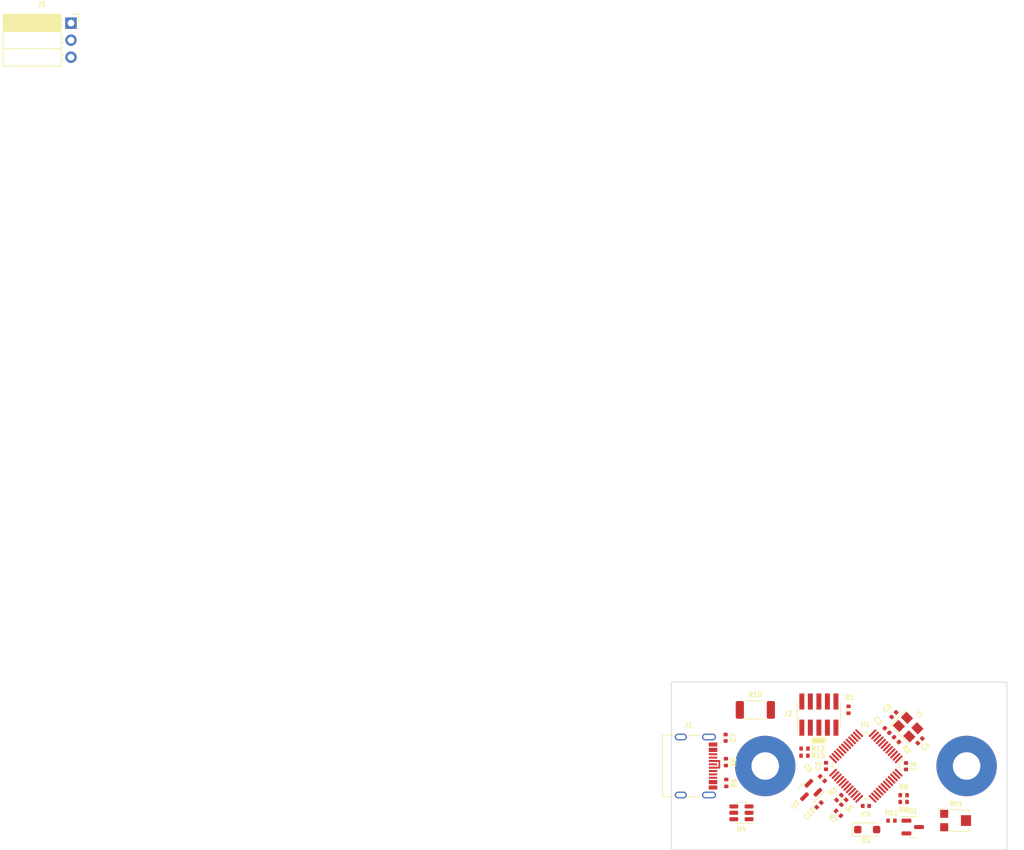
<source format=kicad_pcb>
(kicad_pcb (version 20221018) (generator pcbnew)
  (layers (0 "F.Cu" signal) (31 "B.Cu" signal) (34 "B.Paste" user) (35 "F.Paste" user) (36 "B.SilkS" user "B.Silkscreen") (37 "F.SilkS" user "F.Silkscreen") (38 "B.Mask" user) (39 "F.Mask" user) (44 "Edge.Cuts" user))
  (net 0 "")
  (net 1 "GND")
  (net 2 "Net-(U1-PD0)")
  (net 3 "Net-(U1-PD1)")
  (net 4 "+3V3")
  (net 5 "+5V")
  (net 6 "Net-(D1-K)")
  (net 7 "Net-(D1-A)")
  (net 8 "Net-(J1-CC1)")
  (net 9 "/USB_DP")
  (net 10 "/USB_DM")
  (net 12 "Net-(J1-CC2)")
  (net 15 "/SWDIO")
  (net 16 "/SWDCLK")
  (net 17 "/SWO")
  (net 18 "/RST")
  (net 19 "Net-(Q1-G)")
  (net 20 "Net-(Q1-D)")
  (net 21 "/USB_DM_ST")
  (net 22 "Net-(U1-PA11)")
  (net 23 "/USB_DP_ST")
  (net 24 "Net-(U1-PA12)")
  (net 25 "/SOUNDER")
  (net 58 "/SENSE2")
  (net 59 "/SENSE1")
  (footprint "Resistor_SMD:R_0402_1005Metric" (layer "F.Cu") (at 133.550899 108.575721 135)
    (fp_text reference "R2" (at -2.114549 0 135) (layer "F.SilkS") (effects (font (size 0.7 0.7) (thickness 0.15) bold)))
    (fp_text value "1M")
    (fp_line (start -0.153641 -0.38) (end 0.153641 -0.38) (stroke (width 0.12)) (layer "F.SilkS"))
    (fp_line (start -0.153641 0.38) (end 0.153641 0.38) (stroke (width 0.12)) (layer "F.SilkS"))
    (pad "1" smd roundrect (at -0.51 0 135) (size 0.54 0.64) (layers "F.Cu" "F.Paste" "F.Mask") (net 2 "Net-(U1-PD0)"))
    (pad "2" smd roundrect (at 0.51 0 135) (size 0.54 0.64) (layers "F.Cu" "F.Paste" "F.Mask") (net 3 "Net-(U1-PD1)"))
  )
  (footprint "Capacitor_SMD:C_0402_1005Metric" (layer "F.Cu") (at 132.152937 107.206768 135)
    (fp_text reference "C3" (at 2.011401 0.040113 135) (layer "F.SilkS") (effects (font (size 0.7 0.7) (thickness 0.15) bold)))
    (fp_text value "100n")
    (fp_line (start -0.107836 -0.36) (end 0.107836 -0.36) (stroke (width 0.12)) (layer "F.SilkS"))
    (fp_line (start -0.107836 0.36) (end 0.107836 0.36) (stroke (width 0.12)) (layer "F.SilkS"))
    (pad "1" smd roundrect (at -0.48 0 135) (size 0.56 0.62) (layers "F.Cu" "F.Paste" "F.Mask") (net 1 "GND"))
    (pad "2" smd roundrect (at 0.48 0 135) (size 0.56 0.62) (layers "F.Cu" "F.Paste" "F.Mask") (net 4 "+3V3"))
  )
  (footprint "Resistor_SMD:R_0402_1005Metric" (layer "F.Cu") (at 134.624173 117.854065 180)
    (fp_text reference "R8" (at 0 -1.17) (layer "F.SilkS") (effects (font (size 0.7 0.7) (thickness 0.15) bold)))
    (fp_text value "10k")
    (fp_line (start -0.153641 -0.38) (end 0.153641 -0.38) (stroke (width 0.12)) (layer "F.SilkS"))
    (fp_line (start -0.153641 0.38) (end 0.153641 0.38) (stroke (width 0.12)) (layer "F.SilkS"))
    (pad "1" smd roundrect (at -0.51 0 180) (size 0.54 0.64) (layers "F.Cu" "F.Paste" "F.Mask") (net 7 "Net-(D1-A)"))
    (pad "2" smd roundrect (at 0.51 0 180) (size 0.54 0.64) (layers "F.Cu" "F.Paste" "F.Mask") (net 58 "/SENSE2"))
  )
  (footprint "Package_TO_SOT_SMD:SOT-23-6" (layer "F.Cu") (at 110.453834 119.46971 180)
    (fp_text reference "U4" (at 0 -2.4) (layer "F.SilkS") (effects (font (size 0.7 0.7) (thickness 0.15) bold)))
    (fp_text value "USBLC6-2SC6")
    (fp_line (start 0 -1.56) (end -1.8 -1.56) (stroke (width 0.12)) (layer "F.SilkS"))
    (fp_line (start 0 -1.56) (end 0.8 -1.56) (stroke (width 0.12)) (layer "F.SilkS"))
    (fp_line (start 0 1.56) (end -0.8 1.56) (stroke (width 0.12)) (layer "F.SilkS"))
    (fp_line (start 0 1.56) (end 0.8 1.56) (stroke (width 0.12)) (layer "F.SilkS"))
    (pad "1" smd roundrect (at -1.1375 -0.95 180) (size 1.325 0.6) (layers "F.Cu" "F.Paste" "F.Mask") (net 23 "/USB_DP_ST"))
    (pad "2" smd roundrect (at -1.1375 0 180) (size 1.325 0.6) (layers "F.Cu" "F.Paste" "F.Mask") (net 1 "GND"))
    (pad "3" smd roundrect (at -1.1375 0.95 180) (size 1.325 0.6) (layers "F.Cu" "F.Paste" "F.Mask") (net 21 "/USB_DM_ST"))
    (pad "4" smd roundrect (at 1.1375 0.95 180) (size 1.325 0.6) (layers "F.Cu" "F.Paste" "F.Mask") (net 10 "/USB_DM"))
    (pad "5" smd roundrect (at 1.1375 0 180) (size 1.325 0.6) (layers "F.Cu" "F.Paste" "F.Mask") (net 5 "+5V"))
    (pad "6" smd roundrect (at 1.1375 -0.95 180) (size 1.325 0.6) (layers "F.Cu" "F.Paste" "F.Mask") (net 9 "/USB_DP"))
  )
  (footprint "Resistor_SMD:R_2010_5025Metric" (layer "F.Cu") (at 112.528464 104.14)
    (fp_text reference "R10" (at 0 -2.28) (layer "F.SilkS") (effects (font (size 0.7 0.7) (thickness 0.15) bold)))
    (fp_text value "22")
    (fp_line (start -1.527064 -1.36) (end 1.527064 -1.36) (stroke (width 0.12)) (layer "F.SilkS"))
    (fp_line (start -1.527064 1.36) (end 1.527064 1.36) (stroke (width 0.12)) (layer "F.SilkS"))
    (pad "1" smd roundrect (at -2.3125 0) (size 1.225 2.65) (layers "F.Cu" "F.Paste" "F.Mask") (roundrect_rratio 0.204082) (net 5 "+5V"))
    (pad "2" smd roundrect (at 2.3125 0) (size 1.225 2.65) (layers "F.Cu" "F.Paste" "F.Mask") (roundrect_rratio 0.204082) (net 6 "Net-(D1-K)"))
  )
  (footprint "Resistor_SMD:R_0402_1005Metric" (layer "F.Cu") (at 134.62 116.84)
    (fp_text reference "R9" (at 0 -1.17) (layer "F.SilkS") (effects (font (size 0.7 0.7) (thickness 0.15) bold)))
    (fp_text value "10k")
    (fp_line (start -0.153641 -0.38) (end 0.153641 -0.38) (stroke (width 0.12)) (layer "F.SilkS"))
    (fp_line (start -0.153641 0.38) (end 0.153641 0.38) (stroke (width 0.12)) (layer "F.SilkS"))
    (pad "1" smd roundrect (at -0.51 0) (size 0.54 0.64) (layers "F.Cu" "F.Paste" "F.Mask") (net 58 "/SENSE2"))
    (pad "2" smd roundrect (at 0.51 0) (size 0.54 0.64) (layers "F.Cu" "F.Paste" "F.Mask") (net 1 "GND"))
  )
  (footprint "Capacitor_SMD:C_0402_1005Metric" (layer "F.Cu") (at 122.008313 118.296512 -135)
    (fp_text reference "C10" (at 1.946031 0.058642 45) (layer "F.SilkS") (effects (font (size 0.7 0.7) (thickness 0.15) bold)))
    (fp_text value "100n")
    (fp_line (start -0.107836 -0.36) (end 0.107836 -0.36) (stroke (width 0.12)) (layer "F.SilkS"))
    (fp_line (start -0.107836 0.36) (end 0.107836 0.36) (stroke (width 0.12)) (layer "F.SilkS"))
    (pad "1" smd roundrect (at -0.48 0 225) (size 0.56 0.62) (layers "F.Cu" "F.Paste" "F.Mask") (net 1 "GND"))
    (pad "2" smd roundrect (at 0.48 0 225) (size 0.56 0.62) (layers "F.Cu" "F.Paste" "F.Mask") (net 5 "+5V"))
  )
  (footprint "Capacitor_SMD:C_0402_1005Metric" (layer "F.Cu") (at 134.973818 112.529892 -90)
    (fp_text reference "C6" (at 0 -1.16 90) (layer "F.SilkS") (effects (font (size 0.7 0.7) (thickness 0.15) bold)))
    (fp_text value "100n")
    (fp_line (start -0.107836 -0.36) (end 0.107836 -0.36) (stroke (width 0.12)) (layer "F.SilkS"))
    (fp_line (start -0.107836 0.36) (end 0.107836 0.36) (stroke (width 0.12)) (layer "F.SilkS"))
    (pad "1" smd roundrect (at -0.48 0 270) (size 0.56 0.62) (layers "F.Cu" "F.Paste" "F.Mask") (net 1 "GND"))
    (pad "2" smd roundrect (at 0.48 0 270) (size 0.56 0.62) (layers "F.Cu" "F.Paste" "F.Mask") (net 4 "+3V3"))
  )
  (footprint "Resistor_SMD:R_0402_1005Metric" (layer "F.Cu") (at 126.409676 104.119796 90)
    (fp_text reference "R1" (at 1.820287 0.219603 180) (layer "F.SilkS") (effects (font (size 0.7 0.7) (thickness 0.15) bold)))
    (fp_text value "10k")
    (fp_line (start -0.153641 -0.38) (end 0.153641 -0.38) (stroke (width 0.12)) (layer "F.SilkS"))
    (fp_line (start -0.153641 0.38) (end 0.153641 0.38) (stroke (width 0.12)) (layer "F.SilkS"))
    (pad "1" smd roundrect (at -0.51 0 90) (size 0.54 0.64) (layers "F.Cu" "F.Paste" "F.Mask") (net 4 "+3V3"))
    (pad "2" smd roundrect (at 0.51 0 90) (size 0.54 0.64) (layers "F.Cu" "F.Paste" "F.Mask") (net 18 "/RST"))
  )
  (footprint "Resistor_SMD:R_0402_1005Metric" (layer "F.Cu") (at 108.20271 115.023316 -90)
    (fp_text reference "R6" (at 0 -1.17 90) (layer "F.SilkS") (effects (font (size 0.7 0.7) (thickness 0.15) bold)))
    (fp_text value "5.1k")
    (fp_line (start -0.153641 -0.38) (end 0.153641 -0.38) (stroke (width 0.12)) (layer "F.SilkS"))
    (fp_line (start -0.153641 0.38) (end 0.153641 0.38) (stroke (width 0.12)) (layer "F.SilkS"))
    (pad "1" smd roundrect (at -0.51 0 270) (size 0.54 0.64) (layers "F.Cu" "F.Paste" "F.Mask") (net 12 "Net-(J1-CC2)"))
    (pad "2" smd roundrect (at 0.51 0 270) (size 0.54 0.64) (layers "F.Cu" "F.Paste" "F.Mask") (net 1 "GND"))
  )
  (footprint "Capacitor_SMD:C_0402_1005Metric" (layer "F.Cu") (at 108.100981 108.288786 -90)
    (fp_text reference "C7" (at 0 -1.16 90) (layer "F.SilkS") (effects (font (size 0.7 0.7) (thickness 0.15) bold)))
    (fp_text value "4.7u")
    (fp_line (start -0.107836 -0.36) (end 0.107836 -0.36) (stroke (width 0.12)) (layer "F.SilkS"))
    (fp_line (start -0.107836 0.36) (end 0.107836 0.36) (stroke (width 0.12)) (layer "F.SilkS"))
    (pad "1" smd roundrect (at -0.48 0 270) (size 0.56 0.62) (layers "F.Cu" "F.Paste" "F.Mask") (net 1 "GND"))
    (pad "2" smd roundrect (at 0.48 0 270) (size 0.56 0.62) (layers "F.Cu" "F.Paste" "F.Mask") (net 5 "+5V"))
  )
  (footprint "Crystal:Crystal_SMD_3225-4Pin_3.2x2.5mm" (layer "F.Cu") (at 135.289235 106.703667 -45)
    (fp_text reference "Y1" (at -0.168542 -2.488152 135) (layer "F.SilkS") (effects (font (size 0.7 0.7) (thickness 0.15) bold)))
    (fp_text value "8MHz")
    (fp_line (start -2 -1.65) (end -2 1.65) (stroke (width 0.12)) (layer "F.SilkS"))
    (fp_line (start -2 1.65) (end 2 1.65) (stroke (width 0.12)) (layer "F.SilkS"))
    (pad "1" smd rect (at -1.1 0.85 315) (size 1.4 1.2) (layers "F.Cu" "F.Paste" "F.Mask") (net 3 "Net-(U1-PD1)"))
    (pad "2" smd rect (at 1.1 0.85 315) (size 1.4 1.2) (layers "F.Cu" "F.Paste" "F.Mask") (net 2 "Net-(U1-PD0)"))
    (pad "3" smd rect (at 1.1 -0.85 315) (size 1.4 1.2) (layers "F.Cu" "F.Paste" "F.Mask"))
    (pad "4" smd rect (at -1.1 -0.85 315) (size 1.4 1.2) (layers "F.Cu" "F.Paste" "F.Mask"))
  )
  (footprint "Package_TO_SOT_SMD:SOT-23" (layer "F.Cu") (at 135.97446 121.592859)
    (fp_text reference "Q1" (at 0 -2.4) (layer "F.SilkS") (effects (font (size 0.7 0.7) (thickness 0.15) bold)))
    (fp_text value "NP2302FVR")
    (fp_line (start 0 -1.56) (end -1.675 -1.56) (stroke (width 0.12)) (layer "F.SilkS"))
    (fp_line (start 0 -1.56) (end 0.65 -1.56) (stroke (width 0.12)) (layer "F.SilkS"))
    (fp_line (start 0 1.56) (end -0.65 1.56) (stroke (width 0.12)) (layer "F.SilkS"))
    (fp_line (start 0 1.56) (end 0.65 1.56) (stroke (width 0.12)) (layer "F.SilkS"))
    (pad "1" smd roundrect (at -0.9375 -0.95) (size 1.475 0.6) (layers "F.Cu" "F.Paste" "F.Mask") (net 19 "Net-(Q1-G)"))
    (pad "2" smd roundrect (at -0.9375 0.95) (size 1.475 0.6) (layers "F.Cu" "F.Paste" "F.Mask") (net 1 "GND"))
    (pad "3" smd roundrect (at 0.9375 0) (size 1.475 0.6) (layers "F.Cu" "F.Paste" "F.Mask") (net 20 "Net-(Q1-D)"))
  )
  (footprint "Capacitor_SMD:C_0402_1005Metric" (layer "F.Cu") (at 133.168566 104.853919 -135)
    (fp_text reference "C2" (at 0.020377 1.365334 45) (layer "F.SilkS") (effects (font (size 0.7 0.7) (thickness 0.15) bold)))
    (fp_text value "20pf")
    (fp_line (start -0.107836 -0.36) (end 0.107836 -0.36) (stroke (width 0.12)) (layer "F.SilkS"))
    (fp_line (start -0.107836 0.36) (end 0.107836 0.36) (stroke (width 0.12)) (layer "F.SilkS"))
    (pad "1" smd roundrect (at -0.48 0 225) (size 0.56 0.62) (layers "F.Cu" "F.Paste" "F.Mask") (net 1 "GND"))
    (pad "2" smd roundrect (at 0.48 0 225) (size 0.56 0.62) (layers "F.Cu" "F.Paste" "F.Mask") (net 3 "Net-(U1-PD1)"))
  )
  (footprint "Package_TO_SOT_SMD:SOT-23" (layer "F.Cu") (at 120.507547 116.411983 -135)
    (fp_text reference "U2" (at 2.750414 0.123136 -135) (layer "F.SilkS") (effects (font (size 0.7 0.7) (thickness 0.14) bold)))
    (fp_text value "XC6206PxxxMR")
    (fp_line (start 0 -1.56) (end -1.675 -1.56) (stroke (width 0.12)) (layer "F.SilkS"))
    (fp_line (start 0 -1.56) (end 0.65 -1.56) (stroke (width 0.12)) (layer "F.SilkS"))
    (fp_line (start 0 1.56) (end -0.65 1.56) (stroke (width 0.12)) (layer "F.SilkS"))
    (fp_line (start 0 1.56) (end 0.65 1.56) (stroke (width 0.12)) (layer "F.SilkS"))
    (pad "1" smd roundrect (at -0.9375 -0.95 225) (size 1.475 0.6) (layers "F.Cu" "F.Paste" "F.Mask") (net 1 "GND"))
    (pad "2" smd roundrect (at -0.9375 0.95 225) (size 1.475 0.6) (layers "F.Cu" "F.Paste" "F.Mask") (net 4 "+3V3"))
    (pad "3" smd roundrect (at 0.9375 0 225) (size 1.475 0.6) (layers "F.Cu" "F.Paste" "F.Mask") (net 5 "+5V"))
  )
  (footprint "Resistor_SMD:R_0402_1005Metric" (layer "F.Cu") (at 119.857288 109.898193)
    (fp_text reference "R12" (at 2.026937 0.028819) (layer "F.SilkS") (effects (font (size 0.7 0.7) (thickness 0.15) bold)))
    (fp_text value "10k")
    (fp_line (start -0.153641 -0.38) (end 0.153641 -0.38) (stroke (width 0.12)) (layer "F.SilkS"))
    (fp_line (start -0.153641 0.38) (end 0.153641 0.38) (stroke (width 0.12)) (layer "F.SilkS"))
    (pad "1" smd roundrect (at -0.51 0) (size 0.54 0.64) (layers "F.Cu" "F.Paste" "F.Mask") (net 6 "Net-(D1-K)"))
    (pad "2" smd roundrect (at 0.51 0) (size 0.54 0.64) (layers "F.Cu" "F.Paste" "F.Mask") (net 59 "/SENSE1"))
  )
  (footprint "Mounting_holes:M4 plated" (layer "F.Cu") (at 114 112.5)
    (fp_text reference "J4" hide)
    (fp_text value "Screw_Terminal_01x01")
    (pad "1" thru_hole circle (at 0 0) (size 9 9) (drill 4.1) (layers "*.Cu" "*.Mask") (net 6 "Net-(D1-K)"))
  )
  (footprint "Capacitor_SMD:C_0402_1005Metric" (layer "F.Cu") (at 123.05998 112.500177 90)
    (fp_text reference "C5" (at 0 -1.16 90) (layer "F.SilkS") (effects (font (size 0.7 0.7) (thickness 0.15) bold)))
    (fp_text value "100n")
    (fp_line (start -0.107836 -0.36) (end 0.107836 -0.36) (stroke (width 0.12)) (layer "F.SilkS"))
    (fp_line (start -0.107836 0.36) (end 0.107836 0.36) (stroke (width 0.12)) (layer "F.SilkS"))
    (pad "1" smd roundrect (at -0.48 0 90) (size 0.56 0.62) (layers "F.Cu" "F.Paste" "F.Mask") (net 1 "GND"))
    (pad "2" smd roundrect (at 0.48 0 90) (size 0.56 0.62) (layers "F.Cu" "F.Paste" "F.Mask") (net 4 "+3V3"))
  )
  (footprint "Resistor_SMD:R_0402_1005Metric" (layer "F.Cu") (at 124.990175 117.207387 45)
    (fp_text reference "R3" (at 0.001189 -1.303268 45) (layer "F.SilkS") (effects (font (size 0.7 0.7) (thickness 0.15) bold)))
    (fp_text value "22")
    (fp_line (start -0.153641 -0.38) (end 0.153641 -0.38) (stroke (width 0.12)) (layer "F.SilkS"))
    (fp_line (start -0.153641 0.38) (end 0.153641 0.38) (stroke (width 0.12)) (layer "F.SilkS"))
    (pad "1" smd roundrect (at -0.51 0 45) (size 0.54 0.64) (layers "F.Cu" "F.Paste" "F.Mask") (net 21 "/USB_DM_ST"))
    (pad "2" smd roundrect (at 0.51 0 45) (size 0.54 0.64) (layers "F.Cu" "F.Paste" "F.Mask") (net 22 "Net-(U1-PA11)"))
  )
  (footprint "Resistor_SMD:R_0402_1005Metric" (layer "F.Cu") (at 124.911873 119.54613 135)
    (fp_text reference "R7" (at 0 -1.17 135) (layer "F.SilkS") (effects (font (size 0.7 0.7) (thickness 0.15) bold)))
    (fp_text value "1.5k")
    (fp_line (start -0.153641 -0.38) (end 0.153641 -0.38) (stroke (width 0.12)) (layer "F.SilkS"))
    (fp_line (start -0.153641 0.38) (end 0.153641 0.38) (stroke (width 0.12)) (layer "F.SilkS"))
    (pad "1" smd roundrect (at -0.51 0 135) (size 0.54 0.64) (layers "F.Cu" "F.Paste" "F.Mask") (net 4 "+3V3"))
    (pad "2" smd roundrect (at 0.51 0 135) (size 0.54 0.64) (layers "F.Cu" "F.Paste" "F.Mask") (net 23 "/USB_DP_ST"))
  )
  (footprint "Resistor_SMD:R_0402_1005Metric" (layer "F.Cu") (at 119.846805 110.964496 180)
    (fp_text reference "R13" (at -2.03742 0.009606) (layer "F.SilkS") (effects (font (size 0.7 0.7) (thickness 0.15) bold)))
    (fp_text value "10k")
    (fp_line (start -0.153641 -0.38) (end 0.153641 -0.38) (stroke (width 0.12)) (layer "F.SilkS"))
    (fp_line (start -0.153641 0.38) (end 0.153641 0.38) (stroke (width 0.12)) (layer "F.SilkS"))
    (pad "1" smd roundrect (at -0.51 0 180) (size 0.54 0.64) (layers "F.Cu" "F.Paste" "F.Mask") (net 59 "/SENSE1"))
    (pad "2" smd roundrect (at 0.51 0 180) (size 0.54 0.64) (layers "F.Cu" "F.Paste" "F.Mask") (net 1 "GND"))
  )
  (footprint "Potentiometer_SMD:Potentiometer_Bourns_TC33X_Vertical" (layer "F.Cu") (at 142.461675 120.62447)
    (fp_text reference "RV1" (at 0 -2.5) (layer "F.SilkS") (effects (font (size 0.7 0.7) (thickness 0.15) bold)))
    (fp_text value "R_Potentiometer")
    (fp_line (start -2.6 -1.8) (end -2.6 -1.1) (stroke (width 0.12)) (layer "F.SilkS"))
    (fp_line (start -2.1 -0.2) (end -2.1 0.2) (stroke (width 0.12)) (layer "F.SilkS"))
    (fp_line (start -1.9 -1.8) (end -2.6 -1.8) (stroke (width 0.12)) (layer "F.SilkS"))
    (fp_line (start -1 -1.6) (end 1.9 -1.6) (stroke (width 0.12)) (layer "F.SilkS"))
    (fp_line (start -1 1.6) (end 1.9 1.6) (stroke (width 0.12)) (layer "F.SilkS"))
    (fp_line (start 1.9 -1.6) (end 1.9 -1) (stroke (width 0.12)) (layer "F.SilkS"))
    (fp_line (start 1.9 1.6) (end 1.9 1) (stroke (width 0.12)) (layer "F.SilkS"))
    (pad "1" smd rect (at -1.8 -1) (size 1.2 1.2) (layers "F.Cu" "F.Paste" "F.Mask"))
    (pad "2" smd rect (at 1.45 0) (size 1.5 1.6) (layers "F.Cu" "F.Paste" "F.Mask") (net 7 "Net-(D1-A)"))
    (pad "3" smd rect (at -1.8 1) (size 1.2 1.2) (layers "F.Cu" "F.Paste" "F.Mask") (net 20 "Net-(Q1-D)"))
  )
  (footprint "Diode_SMD:D_SOD-123F" (layer "F.Cu") (at 129.191688 121.969758)
    (fp_text reference "D1" (at -0.082931 1.625452) (layer "F.SilkS") (effects (font (size 0.7 0.7) (thickness 0.15) bold)))
    (fp_text value "FR107")
    (fp_line (start -2.21 -1) (end -2.21 1) (stroke (width 0.12)) (layer "F.SilkS"))
    (fp_line (start -2.21 -1) (end 1.65 -1) (stroke (width 0.12)) (layer "F.SilkS"))
    (fp_line (start -2.21 1) (end 1.65 1) (stroke (width 0.12)) (layer "F.SilkS"))
    (pad "1" smd roundrect (at -1.4 0) (size 1.1 1.1) (layers "F.Cu" "F.Paste" "F.Mask") (roundrect_rratio 0.2272727273) (net 6 "Net-(D1-K)"))
    (pad "2" smd roundrect (at 1.4 0) (size 1.1 1.1) (layers "F.Cu" "F.Paste" "F.Mask") (roundrect_rratio 0.2272727273) (net 7 "Net-(D1-A)"))
  )
  (footprint "Connector_PinHeader_1.27mm:PinHeader_2x05_P1.27mm_Vertical_SMD" (layer "F.Cu") (at 121.994638 104.838926 90)
    (fp_text reference "J2" (at 0.129686 -4.591733 180) (layer "F.SilkS") (effects (font (size 0.7 0.7) (thickness 0.15) bold)))
    (fp_text value "Conn_02x05_Odd_Even")
    (fp_line (start -3.09 -3.17) (end -1.765 -3.17) (stroke (width 0.12)) (layer "F.SilkS"))
    (fp_line (start -1.765 -3.235) (end -1.765 -3.17) (stroke (width 0.12)) (layer "F.SilkS"))
    (fp_line (start -1.765 -3.235) (end 1.765 -3.235) (stroke (width 0.12)) (layer "F.SilkS"))
    (fp_line (start -1.765 3.17) (end -1.765 3.235) (stroke (width 0.12)) (layer "F.SilkS"))
    (fp_line (start -1.765 3.235) (end 1.765 3.235) (stroke (width 0.12)) (layer "F.SilkS"))
    (fp_line (start 1.765 -3.235) (end 1.765 -3.17) (stroke (width 0.12)) (layer "F.SilkS"))
    (fp_line (start 1.765 3.17) (end 1.765 3.235) (stroke (width 0.12)) (layer "F.SilkS"))
    (pad "1" smd rect (at -1.95 -2.54 90) (size 2.4 0.74) (layers "F.Cu" "F.Paste" "F.Mask") (net 4 "+3V3"))
    (pad "2" smd rect (at 1.95 -2.54 90) (size 2.4 0.74) (layers "F.Cu" "F.Paste" "F.Mask") (net 15 "/SWDIO"))
    (pad "3" smd rect (at -1.95 -1.27 90) (size 2.4 0.74) (layers "F.Cu" "F.Paste" "F.Mask") (net 1 "GND"))
    (pad "4" smd rect (at 1.95 -1.27 90) (size 2.4 0.74) (layers "F.Cu" "F.Paste" "F.Mask") (net 16 "/SWDCLK"))
    (pad "5" smd rect (at -1.95 0 90) (size 2.4 0.74) (layers "F.Cu" "F.Paste" "F.Mask") (net 1 "GND"))
    (pad "6" smd rect (at 1.95 0 90) (size 2.4 0.74) (layers "F.Cu" "F.Paste" "F.Mask") (net 17 "/SWO"))
    (pad "7" smd rect (at -1.95 1.27 90) (size 2.4 0.74) (layers "F.Cu" "F.Paste" "F.Mask"))
    (pad "8" smd rect (at 1.95 1.27 90) (size 2.4 0.74) (layers "F.Cu" "F.Paste" "F.Mask"))
    (pad "9" smd rect (at -1.95 2.54 90) (size 2.4 0.74) (layers "F.Cu" "F.Paste" "F.Mask") (net 1 "GND"))
    (pad "10" smd rect (at 1.95 2.54 90) (size 2.4 0.74) (layers "F.Cu" "F.Paste" "F.Mask") (net 18 "/RST"))
  )
  (footprint "Capacitor_SMD:C_0402_1005Metric" (layer "F.Cu") (at 122.519222 114.385165 135)
    (fp_text reference "C8" (at 2.622994 -0.403537 135) (layer "F.SilkS") (effects (font (size 0.7 0.7) (thickness 0.15) bold)))
    (fp_text value "1u")
    (fp_line (start -0.107836 -0.36) (end 0.107836 -0.36) (stroke (width 0.12)) (layer "F.SilkS"))
    (fp_line (start -0.107836 0.36) (end 0.107836 0.36) (stroke (width 0.12)) (layer "F.SilkS"))
    (pad "1" smd roundrect (at -0.48 0 135) (size 0.56 0.62) (layers "F.Cu" "F.Paste" "F.Mask") (net 1 "GND"))
    (pad "2" smd roundrect (at 0.48 0 135) (size 0.56 0.62) (layers "F.Cu" "F.Paste" "F.Mask") (net 4 "+3V3"))
  )
  (footprint "Capacitor_SMD:C_0402_1005Metric" (layer "F.Cu") (at 129.009449 118.45002 180)
    (fp_text reference "C4" (at -0.044303 -1.270353) (layer "F.SilkS") (effects (font (size 0.7 0.7) (thickness 0.15) bold)))
    (fp_text value "100n")
    (fp_line (start -0.107836 -0.36) (end 0.107836 -0.36) (stroke (width 0.12)) (layer "F.SilkS"))
    (fp_line (start -0.107836 0.36) (end 0.107836 0.36) (stroke (width 0.12)) (layer "F.SilkS"))
    (pad "1" smd roundrect (at -0.48 0 180) (size 0.56 0.62) (layers "F.Cu" "F.Paste" "F.Mask") (net 1 "GND"))
    (pad "2" smd roundrect (at 0.48 0 180) (size 0.56 0.62) (layers "F.Cu" "F.Paste" "F.Mask") (net 4 "+3V3"))
  )
  (footprint "Resistor_SMD:R_0402_1005Metric" (layer "F.Cu") (at 108.143736 111.921074 -90)
    (fp_text reference "R5" (at 0 -1.17 90) (layer "F.SilkS") (effects (font (size 0.7 0.7) (thickness 0.15) bold)))
    (fp_text value "5.1k")
    (fp_line (start -0.153641 -0.38) (end 0.153641 -0.38) (stroke (width 0.12)) (layer "F.SilkS"))
    (fp_line (start -0.153641 0.38) (end 0.153641 0.38) (stroke (width 0.12)) (layer "F.SilkS"))
    (pad "1" smd roundrect (at -0.51 0 270) (size 0.54 0.64) (layers "F.Cu" "F.Paste" "F.Mask") (net 8 "Net-(J1-CC1)"))
    (pad "2" smd roundrect (at 0.51 0 270) (size 0.54 0.64) (layers "F.Cu" "F.Paste" "F.Mask") (net 1 "GND"))
  )
  (footprint "Resistor_SMD:R_0402_1005Metric" (layer "F.Cu") (at 132.810229 120.642859)
    (fp_text reference "R11" (at 0 -1.17) (layer "F.SilkS") (effects (font (size 0.7 0.7) (thickness 0.15) bold)))
    (fp_text value "1.5k")
    (fp_line (start -0.153641 -0.38) (end 0.153641 -0.38) (stroke (width 0.12)) (layer "F.SilkS"))
    (fp_line (start -0.153641 0.38) (end 0.153641 0.38) (stroke (width 0.12)) (layer "F.SilkS"))
    (pad "1" smd roundrect (at -0.51 0) (size 0.54 0.64) (layers "F.Cu" "F.Paste" "F.Mask") (net 25 "/SOUNDER"))
    (pad "2" smd roundrect (at 0.51 0) (size 0.54 0.64) (layers "F.Cu" "F.Paste" "F.Mask") (net 19 "Net-(Q1-G)"))
  )
  (footprint "Connector_PinSocket_2.54mm:PinSocket_1x03_P2.54mm_Horizontal" (layer "F.Cu") (at 10.575 1.825)
    (fp_text reference "J5" (at -4.38 -2.77) (layer "F.SilkS") (effects (font (size 0.7 0.7) (thickness 0.15) bold)))
    (fp_text value "Conn_01x03")
    (fp_line (start -10.09 -1.33) (end -10.09 6.41) (stroke (width 0.12)) (layer "F.SilkS"))
    (fp_line (start -10.09 -1.33) (end -1.46 -1.33) (stroke (width 0.12)) (layer "F.SilkS"))
    (fp_line (start -10.09 -1.21) (end -1.46 -1.21) (stroke (width 0.12)) (layer "F.SilkS"))
    (fp_line (start -10.09 -1.091905) (end -1.46 -1.091905) (stroke (width 0.12)) (layer "F.SilkS"))
    (fp_line (start -10.09 -0.97381) (end -1.46 -0.97381) (stroke (width 0.12)) (layer "F.SilkS"))
    (fp_line (start -10.09 -0.855715) (end -1.46 -0.855715) (stroke (width 0.12)) (layer "F.SilkS"))
    (fp_line (start -10.09 -0.73762) (end -1.46 -0.73762) (stroke (width 0.12)) (layer "F.SilkS"))
    (fp_line (start -10.09 -0.619525) (end -1.46 -0.619525) (stroke (width 0.12)) (layer "F.SilkS"))
    (fp_line (start -10.09 -0.50143) (end -1.46 -0.50143) (stroke (width 0.12)) (layer "F.SilkS"))
    (fp_line (start -10.09 -0.383335) (end -1.46 -0.383335) (stroke (width 0.12)) (layer "F.SilkS"))
    (fp_line (start -10.09 -0.26524) (end -1.46 -0.26524) (stroke (width 0.12)) (layer "F.SilkS"))
    (fp_line (start -10.09 -0.147145) (end -1.46 -0.147145) (stroke (width 0.12)) (layer "F.SilkS"))
    (fp_line (start -10.09 -0.02905) (end -1.46 -0.02905) (stroke (width 0.12)) (layer "F.SilkS"))
    (fp_line (start -10.09 0.089045) (end -1.46 0.089045) (stroke (width 0.12)) (layer "F.SilkS"))
    (fp_line (start -10.09 0.20714) (end -1.46 0.20714) (stroke (width 0.12)) (layer "F.SilkS"))
    (fp_line (start -10.09 0.325235) (end -1.46 0.325235) (stroke (width 0.12)) (layer "F.SilkS"))
    (fp_line (start -10.09 0.44333) (end -1.46 0.44333) (stroke (width 0.12)) (layer "F.SilkS"))
    (fp_line (start -10.09 0.561425) (end -1.46 0.561425) (stroke (width 0.12)) (layer "F.SilkS"))
    (fp_line (start -10.09 0.67952) (end -1.46 0.67952) (stroke (width 0.12)) (layer "F.SilkS"))
    (fp_line (start -10.09 0.797615) (end -1.46 0.797615) (stroke (width 0.12)) (layer "F.SilkS"))
    (fp_line (start -10.09 0.91571) (end -1.46 0.91571) (stroke (width 0.12)) (layer "F.SilkS"))
    (fp_line (start -10.09 1.033805) (end -1.46 1.033805) (stroke (width 0.12)) (layer "F.SilkS"))
    (fp_line (start -10.09 1.1519) (end -1.46 1.1519) (stroke (width 0.12)) (layer "F.SilkS"))
    (fp_line (start -10.09 1.27) (end -1.46 1.27) (stroke (width 0.12)) (layer "F.SilkS"))
    (fp_line (start -10.09 3.81) (end -1.46 3.81) (stroke (width 0.12)) (layer "F.SilkS"))
    (fp_line (start -10.09 6.41) (end -1.46 6.41) (stroke (width 0.12)) (layer "F.SilkS"))
    (fp_line (start -1.46 -1.33) (end -1.46 6.41) (stroke (width 0.12)) (layer "F.SilkS"))
    (fp_line (start -1.46 -0.36) (end -1.11 -0.36) (stroke (width 0.12)) (layer "F.SilkS"))
    (fp_line (start -1.46 0.36) (end -1.11 0.36) (stroke (width 0.12)) (layer "F.SilkS"))
    (fp_line (start -1.46 2.18) (end -1.05 2.18) (stroke (width 0.12)) (layer "F.SilkS"))
    (fp_line (start -1.46 2.9) (end -1.05 2.9) (stroke (width 0.12)) (layer "F.SilkS"))
    (fp_line (start -1.46 4.72) (end -1.05 4.72) (stroke (width 0.12)) (layer "F.SilkS"))
    (fp_line (start -1.46 5.44) (end -1.05 5.44) (stroke (width 0.12)) (layer "F.SilkS"))
    (fp_line (start 0 -1.33) (end 1.11 -1.33) (stroke (width 0.12)) (layer "F.SilkS"))
    (fp_line (start 1.11 -1.33) (end 1.11 0) (stroke (width 0.12)) (layer "F.SilkS"))
    (pad "1" thru_hole rect (at 0 0) (size 1.7 1.7) (drill 1) (layers "*.Cu" "*.Mask"))
    (pad "2" thru_hole oval (at 0 2.54) (size 1.7 1.7) (drill 1) (layers "*.Cu" "*.Mask"))
    (pad "3" thru_hole oval (at 0 5.08) (size 1.7 1.7) (drill 1) (layers "*.Cu" "*.Mask"))
  )
  (footprint "Capacitor_SMD:C_0402_1005Metric" (layer "F.Cu") (at 137.059133 108.744486 -135)
    (fp_text reference "C1" (at 0 -1.16 45) (layer "F.SilkS") (effects (font (size 0.7 0.7) (thickness 0.15) bold)))
    (fp_text value "20pf")
    (fp_line (start -0.107836 -0.36) (end 0.107836 -0.36) (stroke (width 0.12)) (layer "F.SilkS"))
    (fp_line (start -0.107836 0.36) (end 0.107836 0.36) (stroke (width 0.12)) (layer "F.SilkS"))
    (pad "1" smd roundrect (at -0.48 0 225) (size 0.56 0.62) (layers "F.Cu" "F.Paste" "F.Mask") (net 1 "GND"))
    (pad "2" smd roundrect (at 0.48 0 225) (size 0.56 0.62) (layers "F.Cu" "F.Paste" "F.Mask") (net 2 "Net-(U1-PD0)"))
  )
  (footprint "Resistor_SMD:R_0402_1005Metric" (layer "F.Cu") (at 125.696135 117.906143 45)
    (fp_text reference "R4" (at 0.029077 1.286425 45) (layer "F.SilkS") (effects (font (size 0.7 0.7) (thickness 0.15) bold)))
    (fp_text value "22")
    (fp_line (start -0.153641 -0.38) (end 0.153641 -0.38) (stroke (width 0.12)) (layer "F.SilkS"))
    (fp_line (start -0.153641 0.38) (end 0.153641 0.38) (stroke (width 0.12)) (layer "F.SilkS"))
    (pad "1" smd roundrect (at -0.51 0 45) (size 0.54 0.64) (layers "F.Cu" "F.Paste" "F.Mask") (net 23 "/USB_DP_ST"))
    (pad "2" smd roundrect (at 0.51 0 45) (size 0.54 0.64) (layers "F.Cu" "F.Paste" "F.Mask") (net 24 "Net-(U1-PA12)"))
  )
  (footprint "Package_QFP:LQFP-48_7x7mm_P0.5mm" (layer "F.Cu") (at 129 112.5 -135)
    (fp_text reference "U1" (at -4.313796 4.467136) (layer "F.SilkS") (effects (font (size 0.7 0.7) (thickness 0.15) bold)))
    (fp_text value "STM32F103C8Tx")
    (fp_line (start -3.61 -3.61) (end -3.61 -3.16) (stroke (width 0.12)) (layer "F.SilkS"))
    (fp_line (start -3.61 -3.16) (end -4.9 -3.16) (stroke (width 0.12)) (layer "F.SilkS"))
    (fp_line (start -3.61 3.61) (end -3.61 3.16) (stroke (width 0.12)) (layer "F.SilkS"))
    (fp_line (start -3.16 -3.61) (end -3.61 -3.61) (stroke (width 0.12)) (layer "F.SilkS"))
    (fp_line (start -3.16 3.61) (end -3.61 3.61) (stroke (width 0.12)) (layer "F.SilkS"))
    (fp_line (start 3.16 -3.61) (end 3.61 -3.61) (stroke (width 0.12)) (layer "F.SilkS"))
    (fp_line (start 3.16 3.61) (end 3.61 3.61) (stroke (width 0.12)) (layer "F.SilkS"))
    (fp_line (start 3.61 -3.61) (end 3.61 -3.16) (stroke (width 0.12)) (layer "F.SilkS"))
    (fp_line (start 3.61 3.61) (end 3.61 3.16) (stroke (width 0.12)) (layer "F.SilkS"))
    (pad "1" smd roundrect (at -4.1625 -2.75 225) (size 1.475 0.3) (layers "F.Cu" "F.Paste" "F.Mask"))
    (pad "2" smd roundrect (at -4.1625 -2.25 225) (size 1.475 0.3) (layers "F.Cu" "F.Paste" "F.Mask"))
    (pad "3" smd roundrect (at -4.1625 -1.75 225) (size 1.475 0.3) (layers "F.Cu" "F.Paste" "F.Mask"))
    (pad "4" smd roundrect (at -4.1625 -1.25 225) (size 1.475 0.3) (layers "F.Cu" "F.Paste" "F.Mask"))
    (pad "5" smd roundrect (at -4.1625 -0.75 225) (size 1.475 0.3) (layers "F.Cu" "F.Paste" "F.Mask") (net 2 "Net-(U1-PD0)"))
    (pad "6" smd roundrect (at -4.1625 -0.25 225) (size 1.475 0.3) (layers "F.Cu" "F.Paste" "F.Mask") (net 3 "Net-(U1-PD1)"))
    (pad "7" smd roundrect (at -4.1625 0.25 225) (size 1.475 0.3) (layers "F.Cu" "F.Paste" "F.Mask") (net 18 "/RST"))
    (pad "8" smd roundrect (at -4.1625 0.75 225) (size 1.475 0.3) (layers "F.Cu" "F.Paste" "F.Mask") (net 1 "GND"))
    (pad "9" smd roundrect (at -4.1625 1.25 225) (size 1.475 0.3) (layers "F.Cu" "F.Paste" "F.Mask") (net 4 "+3V3"))
    (pad "10" smd roundrect (at -4.1625 1.75 225) (size 1.475 0.3) (layers "F.Cu" "F.Paste" "F.Mask"))
    (pad "11" smd roundrect (at -4.1625 2.25 225) (size 1.475 0.3) (layers "F.Cu" "F.Paste" "F.Mask"))
    (pad "12" smd roundrect (at -4.1625 2.75 225) (size 1.475 0.3) (layers "F.Cu" "F.Paste" "F.Mask"))
    (pad "13" smd roundrect (at -2.75 4.1625 225) (size 0.3 1.475) (layers "F.Cu" "F.Paste" "F.Mask"))
    (pad "14" smd roundrect (at -2.25 4.1625 225) (size 0.3 1.475) (layers "F.Cu" "F.Paste" "F.Mask"))
    (pad "15" smd roundrect (at -1.75 4.1625 225) (size 0.3 1.475) (layers "F.Cu" "F.Paste" "F.Mask"))
    (pad "16" smd roundrect (at -1.25 4.1625 225) (size 0.3 1.475) (layers "F.Cu" "F.Paste" "F.Mask") (net 59 "/SENSE1"))
    (pad "17" smd roundrect (at -0.75 4.1625 225) (size 0.3 1.475) (layers "F.Cu" "F.Paste" "F.Mask") (net 58 "/SENSE2"))
    (pad "18" smd roundrect (at -0.25 4.1625 225) (size 0.3 1.475) (layers "F.Cu" "F.Paste" "F.Mask"))
    (pad "19" smd roundrect (at 0.25 4.1625 225) (size 0.3 1.475) (layers "F.Cu" "F.Paste" "F.Mask"))
    (pad "20" smd roundrect (at 0.75 4.1625 225) (size 0.3 1.475) (layers "F.Cu" "F.Paste" "F.Mask"))
    (pad "21" smd roundrect (at 1.25 4.1625 225) (size 0.3 1.475) (layers "F.Cu" "F.Paste" "F.Mask"))
    (pad "22" smd roundrect (at 1.75 4.1625 225) (size 0.3 1.475) (layers "F.Cu" "F.Paste" "F.Mask"))
    (pad "23" smd roundrect (at 2.25 4.1625 225) (size 0.3 1.475) (layers "F.Cu" "F.Paste" "F.Mask") (net 1 "GND"))
    (pad "24" smd roundrect (at 2.75 4.1625 225) (size 0.3 1.475) (layers "F.Cu" "F.Paste" "F.Mask") (net 4 "+3V3"))
    (pad "25" smd roundrect (at 4.1625 2.75 225) (size 1.475 0.3) (layers "F.Cu" "F.Paste" "F.Mask"))
    (pad "26" smd roundrect (at 4.1625 2.25 225) (size 1.475 0.3) (layers "F.Cu" "F.Paste" "F.Mask"))
    (pad "27" smd roundrect (at 4.1625 1.75 225) (size 1.475 0.3) (layers "F.Cu" "F.Paste" "F.Mask"))
    (pad "28" smd roundrect (at 4.1625 1.25 225) (size 1.475 0.3) (layers "F.Cu" "F.Paste" "F.Mask"))
    (pad "29" smd roundrect (at 4.1625 0.75 225) (size 1.475 0.3) (layers "F.Cu" "F.Paste" "F.Mask"))
    (pad "30" smd roundrect (at 4.1625 0.25 225) (size 1.475 0.3) (layers "F.Cu" "F.Paste" "F.Mask"))
    (pad "31" smd roundrect (at 4.1625 -0.25 225) (size 1.475 0.3) (layers "F.Cu" "F.Paste" "F.Mask"))
    (pad "32" smd roundrect (at 4.1625 -0.75 225) (size 1.475 0.3) (layers "F.Cu" "F.Paste" "F.Mask") (net 22 "Net-(U1-PA11)"))
    (pad "33" smd roundrect (at 4.1625 -1.25 225) (size 1.475 0.3) (layers "F.Cu" "F.Paste" "F.Mask") (net 24 "Net-(U1-PA12)"))
    (pad "34" smd roundrect (at 4.1625 -1.75 225) (size 1.475 0.3) (layers "F.Cu" "F.Paste" "F.Mask") (net 15 "/SWDIO"))
    (pad "35" smd roundrect (at 4.1625 -2.25 225) (size 1.475 0.3) (layers "F.Cu" "F.Paste" "F.Mask") (net 1 "GND"))
    (pad "36" smd roundrect (at 4.1625 -2.75 225) (size 1.475 0.3) (layers "F.Cu" "F.Paste" "F.Mask") (net 4 "+3V3"))
    (pad "37" smd roundrect (at 2.75 -4.1625 225) (size 0.3 1.475) (layers "F.Cu" "F.Paste" "F.Mask") (net 16 "/SWDCLK"))
    (pad "38" smd roundrect (at 2.25 -4.1625 225) (size 0.3 1.475) (layers "F.Cu" "F.Paste" "F.Mask"))
    (pad "39" smd roundrect (at 1.75 -4.1625 225) (size 0.3 1.475) (layers "F.Cu" "F.Paste" "F.Mask") (net 17 "/SWO"))
    (pad "40" smd roundrect (at 1.25 -4.1625 225) (size 0.3 1.475) (layers "F.Cu" "F.Paste" "F.Mask"))
    (pad "41" smd roundrect (at 0.75 -4.1625 225) (size 0.3 1.475) (layers "F.Cu" "F.Paste" "F.Mask"))
    (pad "42" smd roundrect (at 0.25 -4.1625 225) (size 0.3 1.475) (layers "F.Cu" "F.Paste" "F.Mask") (net 25 "/SOUNDER"))
    (pad "43" smd roundrect (at -0.25 -4.1625 225) (size 0.3 1.475) (layers "F.Cu" "F.Paste" "F.Mask"))
    (pad "44" smd roundrect (at -0.75 -4.1625 225) (size 0.3 1.475) (layers "F.Cu" "F.Paste" "F.Mask") (net 1 "GND"))
    (pad "45" smd roundrect (at -1.25 -4.1625 225) (size 0.3 1.475) (layers "F.Cu" "F.Paste" "F.Mask"))
    (pad "46" smd roundrect (at -1.75 -4.1625 225) (size 0.3 1.475) (layers "F.Cu" "F.Paste" "F.Mask"))
    (pad "47" smd roundrect (at -2.25 -4.1625 225) (size 0.3 1.475) (layers "F.Cu" "F.Paste" "F.Mask") (net 1 "GND"))
    (pad "48" smd roundrect (at -2.75 -4.1625 225) (size 0.3 1.475) (layers "F.Cu" "F.Paste" "F.Mask") (net 4 "+3V3"))
  )
  (footprint "Connector_USB:USB_C_Receptacle_G-Switch_GT-USB-7010ASV" (layer "F.Cu") (at 102.5 112.5 -90)
    (fp_text reference "J1" (at -6.130531 -0.102087 -180) (layer "F.SilkS") (effects (font (size 0.7 0.7) (thickness 0.15) bold)))
    (fp_text value "USB_C_Receptacle_USB2.0")
    (fp_line (start -4.58 -1.85) (end -4.58 0.07) (stroke (width 0.12)) (layer "F.SilkS"))
    (fp_line (start -4.58 3.785) (end -4.58 2.08) (stroke (width 0.12)) (layer "F.SilkS"))
    (fp_line (start 4.58 0.07) (end 4.58 -1.85) (stroke (width 0.12)) (layer "F.SilkS"))
    (fp_line (start 4.58 2.08) (end 4.58 3.785) (stroke (width 0.12)) (layer "F.SilkS"))
    (fp_line (start 4.58 3.785) (end -4.58 3.785) (stroke (width 0.12)) (layer "F.SilkS"))
    (pad "" np_thru_hole circle (at -2.89 -2.605 270) (size 0.65 0.65) (drill 0.65) (layers "*.Cu" "*.Mask"))
    (pad "" np_thru_hole circle (at 2.89 -2.605 270) (size 0.65 0.65) (drill 0.65) (layers "*.Cu" "*.Mask"))
    (pad "A1" smd rect (at -3.2 -3.725 270) (size 0.6 1.24) (layers "F.Cu" "F.Paste" "F.Mask") (net 1 "GND"))
    (pad "A4" smd rect (at -2.4 -3.725 270) (size 0.6 1.24) (layers "F.Cu" "F.Paste" "F.Mask") (net 5 "+5V"))
    (pad "A5" smd rect (at -1.25 -3.725 270) (size 0.3 1.24) (layers "F.Cu" "F.Paste" "F.Mask") (net 8 "Net-(J1-CC1)"))
    (pad "A6" smd rect (at -0.25 -3.725 270) (size 0.3 1.24) (layers "F.Cu" "F.Paste" "F.Mask") (net 9 "/USB_DP"))
    (pad "A7" smd rect (at 0.25 -3.725 270) (size 0.3 1.24) (layers "F.Cu" "F.Paste" "F.Mask") (net 10 "/USB_DM"))
    (pad "A8" smd rect (at 1.25 -3.725 270) (size 0.3 1.24) (layers "F.Cu" "F.Paste" "F.Mask"))
    (pad "A9" smd rect (at 2.4 -3.725 270) (size 0.6 1.24) (layers "F.Cu" "F.Paste" "F.Mask") (net 5 "+5V"))
    (pad "A12" smd rect (at 3.2 -3.725 270) (size 0.6 1.24) (layers "F.Cu" "F.Paste" "F.Mask") (net 1 "GND"))
    (pad "B1" smd rect (at 3.2 -3.725 270) (size 0.6 1.24) (layers "F.Cu" "F.Paste" "F.Mask") (net 1 "GND"))
    (pad "B4" smd rect (at 2.4 -3.725 270) (size 0.6 1.24) (layers "F.Cu" "F.Paste" "F.Mask") (net 5 "+5V"))
    (pad "B5" smd rect (at 1.75 -3.725 270) (size 0.3 1.24) (layers "F.Cu" "F.Paste" "F.Mask") (net 12 "Net-(J1-CC2)"))
    (pad "B6" smd rect (at 0.75 -3.725 270) (size 0.3 1.24) (layers "F.Cu" "F.Paste" "F.Mask") (net 9 "/USB_DP"))
    (pad "B7" smd rect (at -0.75 -3.725 270) (size 0.3 1.24) (layers "F.Cu" "F.Paste" "F.Mask") (net 10 "/USB_DM"))
    (pad "B8" smd rect (at -1.75 -3.725 270) (size 0.3 1.24) (layers "F.Cu" "F.Paste" "F.Mask"))
    (pad "B9" smd rect (at -2.4 -3.725 270) (size 0.6 1.24) (layers "F.Cu" "F.Paste" "F.Mask") (net 5 "+5V"))
    (pad "B12" smd rect (at -3.2 -3.725 270) (size 0.6 1.24) (layers "F.Cu" "F.Paste" "F.Mask") (net 1 "GND"))
    (pad "S1" thru_hole oval (at -4.32 -3.125 270) (size 1 2.1) (drill oval 0.6 1.7) (layers "*.Cu" "*.Mask"))
    (pad "S1" thru_hole oval (at -4.32 1.075 270) (size 1 1.8) (drill oval 0.6 1.4) (layers "*.Cu" "*.Mask"))
    (pad "S1" thru_hole oval (at 4.32 -3.125 270) (size 1 2.1) (drill oval 0.6 1.7) (layers "*.Cu" "*.Mask"))
    (pad "S1" thru_hole oval (at 4.32 1.075 270) (size 1 1.8) (drill oval 0.6 1.4) (layers "*.Cu" "*.Mask"))
  )
  (footprint "Mounting_holes:M4 plated" (layer "F.Cu") (at 144 112.5)
    (fp_text reference "J3" hide)
    (fp_text value "Screw_Terminal_01x01")
    (pad "1" thru_hole circle (at 0 0) (size 9 9) (drill 4.1) (layers "*.Cu" "*.Mask") (net 7 "Net-(D1-A)"))
  )
  (gr_rect (start 120.991588 108.308195) (end 122.936871 109.04308) (stroke (width 0.15)) (fill solid) (layer "F.SilkS"))
  (gr_rect (start 100 100) (end 150 125) (stroke (width 0.1)) (fill none) (layer "Edge.Cuts"))
  (segment (start 106.221493 111.75) (end 107.141493 111.75) (width 0.25) (layer "F.Cu") (net 10))
  (segment (start 107.141493 111.75) (end 107.166493 111.775) (width 0.25) (layer "F.Cu") (net 10))
  (segment (start 107.166493 111.775) (end 107.166493 112.725) (width 0.25) (layer "F.Cu") (net 10))
  (segment (start 107.141493 112.75) (end 106.221493 112.75) (width 0.25) (layer "F.Cu") (net 10))
  (segment (start 107.166493 112.725) (end 107.141493 112.75) (width 0.25) (layer "F.Cu") (net 10))
)
</source>
